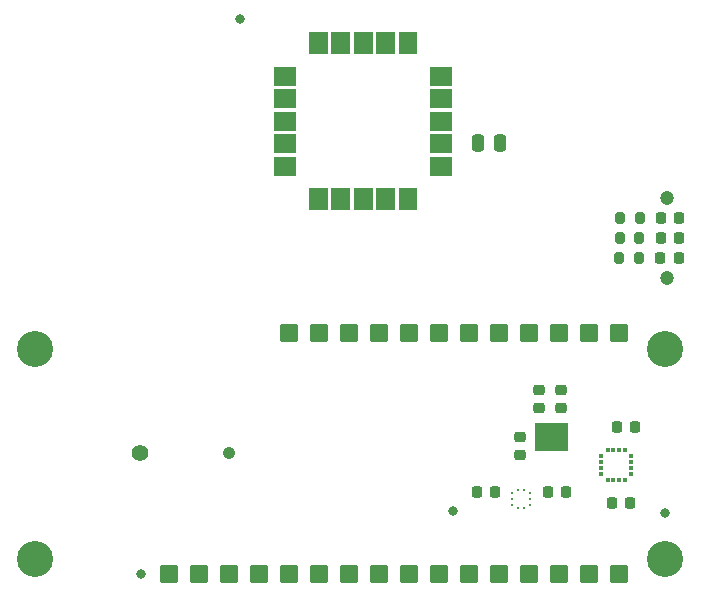
<source format=gbr>
%TF.GenerationSoftware,KiCad,Pcbnew,7.0.5*%
%TF.CreationDate,2023-12-18T11:55:03-06:00*%
%TF.ProjectId,peakick,7065616b-6963-46b2-9e6b-696361645f70,rev?*%
%TF.SameCoordinates,Original*%
%TF.FileFunction,Soldermask,Top*%
%TF.FilePolarity,Negative*%
%FSLAX46Y46*%
G04 Gerber Fmt 4.6, Leading zero omitted, Abs format (unit mm)*
G04 Created by KiCad (PCBNEW 7.0.5) date 2023-12-18 11:55:03*
%MOMM*%
%LPD*%
G01*
G04 APERTURE LIST*
G04 Aperture macros list*
%AMRoundRect*
0 Rectangle with rounded corners*
0 $1 Rounding radius*
0 $2 $3 $4 $5 $6 $7 $8 $9 X,Y pos of 4 corners*
0 Add a 4 corners polygon primitive as box body*
4,1,4,$2,$3,$4,$5,$6,$7,$8,$9,$2,$3,0*
0 Add four circle primitives for the rounded corners*
1,1,$1+$1,$2,$3*
1,1,$1+$1,$4,$5*
1,1,$1+$1,$6,$7*
1,1,$1+$1,$8,$9*
0 Add four rect primitives between the rounded corners*
20,1,$1+$1,$2,$3,$4,$5,0*
20,1,$1+$1,$4,$5,$6,$7,0*
20,1,$1+$1,$6,$7,$8,$9,0*
20,1,$1+$1,$8,$9,$2,$3,0*%
G04 Aperture macros list end*
%ADD10C,0.100000*%
%ADD11C,0.010000*%
%ADD12RoundRect,0.419100X0.000000X0.000000X0.000000X0.000000X0.000000X0.000000X0.000000X0.000000X0*%
%ADD13RoundRect,0.225000X-0.225000X-0.250000X0.225000X-0.250000X0.225000X0.250000X-0.225000X0.250000X0*%
%ADD14RoundRect,0.200000X-0.200000X-0.275000X0.200000X-0.275000X0.200000X0.275000X-0.200000X0.275000X0*%
%ADD15C,3.048000*%
%ADD16RoundRect,0.250000X-0.250000X-0.475000X0.250000X-0.475000X0.250000X0.475000X-0.250000X0.475000X0*%
%ADD17RoundRect,0.101600X0.635000X0.635000X-0.635000X0.635000X-0.635000X-0.635000X0.635000X-0.635000X0*%
%ADD18RoundRect,0.225000X0.250000X-0.225000X0.250000X0.225000X-0.250000X0.225000X-0.250000X-0.225000X0*%
%ADD19RoundRect,0.218750X0.218750X0.256250X-0.218750X0.256250X-0.218750X-0.256250X0.218750X-0.256250X0*%
%ADD20R,0.254000X0.279400*%
%ADD21R,0.279400X0.254000*%
%ADD22R,0.304800X0.457200*%
%ADD23R,0.457200X0.304800*%
%ADD24C,1.200000*%
%ADD25C,1.070000*%
%ADD26C,1.400000*%
G04 APERTURE END LIST*
%TO.C,U3*%
D10*
X173635000Y-104230000D02*
X170885000Y-104230000D01*
X170885000Y-101980000D01*
X173635000Y-101980000D01*
X173635000Y-104230000D01*
G36*
X173635000Y-104230000D02*
G01*
X170885000Y-104230000D01*
X170885000Y-101980000D01*
X173635000Y-101980000D01*
X173635000Y-104230000D01*
G37*
%TO.C,U2*%
D11*
X160880000Y-70650000D02*
X159380000Y-70650000D01*
X159380000Y-68850000D01*
X160880000Y-68850000D01*
X160880000Y-70650000D01*
G36*
X160880000Y-70650000D02*
G01*
X159380000Y-70650000D01*
X159380000Y-68850000D01*
X160880000Y-68850000D01*
X160880000Y-70650000D01*
G37*
X158980000Y-70650000D02*
X157480000Y-70650000D01*
X157480000Y-68850000D01*
X158980000Y-68850000D01*
X158980000Y-70650000D01*
G36*
X158980000Y-70650000D02*
G01*
X157480000Y-70650000D01*
X157480000Y-68850000D01*
X158980000Y-68850000D01*
X158980000Y-70650000D01*
G37*
X157080000Y-70650000D02*
X155580000Y-70650000D01*
X155580000Y-68850000D01*
X157080000Y-68850000D01*
X157080000Y-70650000D01*
G36*
X157080000Y-70650000D02*
G01*
X155580000Y-70650000D01*
X155580000Y-68850000D01*
X157080000Y-68850000D01*
X157080000Y-70650000D01*
G37*
X155180000Y-70650000D02*
X153680000Y-70650000D01*
X153680000Y-68850000D01*
X155180000Y-68850000D01*
X155180000Y-70650000D01*
G36*
X155180000Y-70650000D02*
G01*
X153680000Y-70650000D01*
X153680000Y-68850000D01*
X155180000Y-68850000D01*
X155180000Y-70650000D01*
G37*
X153280000Y-70650000D02*
X151780000Y-70650000D01*
X151780000Y-68850000D01*
X153280000Y-68850000D01*
X153280000Y-70650000D01*
G36*
X153280000Y-70650000D02*
G01*
X151780000Y-70650000D01*
X151780000Y-68850000D01*
X153280000Y-68850000D01*
X153280000Y-70650000D01*
G37*
X163830000Y-73300000D02*
X162030000Y-73300000D01*
X162030000Y-71800000D01*
X163830000Y-71800000D01*
X163830000Y-73300000D01*
G36*
X163830000Y-73300000D02*
G01*
X162030000Y-73300000D01*
X162030000Y-71800000D01*
X163830000Y-71800000D01*
X163830000Y-73300000D01*
G37*
X150630000Y-73300000D02*
X148830000Y-73300000D01*
X148830000Y-71800000D01*
X150630000Y-71800000D01*
X150630000Y-73300000D01*
G36*
X150630000Y-73300000D02*
G01*
X148830000Y-73300000D01*
X148830000Y-71800000D01*
X150630000Y-71800000D01*
X150630000Y-73300000D01*
G37*
X163830000Y-75200000D02*
X162030000Y-75200000D01*
X162030000Y-73700000D01*
X163830000Y-73700000D01*
X163830000Y-75200000D01*
G36*
X163830000Y-75200000D02*
G01*
X162030000Y-75200000D01*
X162030000Y-73700000D01*
X163830000Y-73700000D01*
X163830000Y-75200000D01*
G37*
X150630000Y-75200000D02*
X148830000Y-75200000D01*
X148830000Y-73700000D01*
X150630000Y-73700000D01*
X150630000Y-75200000D01*
G36*
X150630000Y-75200000D02*
G01*
X148830000Y-75200000D01*
X148830000Y-73700000D01*
X150630000Y-73700000D01*
X150630000Y-75200000D01*
G37*
X163830000Y-77100000D02*
X162030000Y-77100000D01*
X162030000Y-75600000D01*
X163830000Y-75600000D01*
X163830000Y-77100000D01*
G36*
X163830000Y-77100000D02*
G01*
X162030000Y-77100000D01*
X162030000Y-75600000D01*
X163830000Y-75600000D01*
X163830000Y-77100000D01*
G37*
X150630000Y-77100000D02*
X148830000Y-77100000D01*
X148830000Y-75600000D01*
X150630000Y-75600000D01*
X150630000Y-77100000D01*
G36*
X150630000Y-77100000D02*
G01*
X148830000Y-77100000D01*
X148830000Y-75600000D01*
X150630000Y-75600000D01*
X150630000Y-77100000D01*
G37*
X163830000Y-79000000D02*
X162030000Y-79000000D01*
X162030000Y-77500000D01*
X163830000Y-77500000D01*
X163830000Y-79000000D01*
G36*
X163830000Y-79000000D02*
G01*
X162030000Y-79000000D01*
X162030000Y-77500000D01*
X163830000Y-77500000D01*
X163830000Y-79000000D01*
G37*
X150630000Y-79000000D02*
X148830000Y-79000000D01*
X148830000Y-77500000D01*
X150630000Y-77500000D01*
X150630000Y-79000000D01*
G36*
X150630000Y-79000000D02*
G01*
X148830000Y-79000000D01*
X148830000Y-77500000D01*
X150630000Y-77500000D01*
X150630000Y-79000000D01*
G37*
X163830000Y-80900000D02*
X162030000Y-80900000D01*
X162030000Y-79400000D01*
X163830000Y-79400000D01*
X163830000Y-80900000D01*
G36*
X163830000Y-80900000D02*
G01*
X162030000Y-80900000D01*
X162030000Y-79400000D01*
X163830000Y-79400000D01*
X163830000Y-80900000D01*
G37*
X150630000Y-80900000D02*
X148830000Y-80900000D01*
X148830000Y-79400000D01*
X150630000Y-79400000D01*
X150630000Y-80900000D01*
G36*
X150630000Y-80900000D02*
G01*
X148830000Y-80900000D01*
X148830000Y-79400000D01*
X150630000Y-79400000D01*
X150630000Y-80900000D01*
G37*
X160880000Y-83850000D02*
X159380000Y-83850000D01*
X159380000Y-82050000D01*
X160880000Y-82050000D01*
X160880000Y-83850000D01*
G36*
X160880000Y-83850000D02*
G01*
X159380000Y-83850000D01*
X159380000Y-82050000D01*
X160880000Y-82050000D01*
X160880000Y-83850000D01*
G37*
X158980000Y-83850000D02*
X157480000Y-83850000D01*
X157480000Y-82050000D01*
X158980000Y-82050000D01*
X158980000Y-83850000D01*
G36*
X158980000Y-83850000D02*
G01*
X157480000Y-83850000D01*
X157480000Y-82050000D01*
X158980000Y-82050000D01*
X158980000Y-83850000D01*
G37*
X157080000Y-83850000D02*
X155580000Y-83850000D01*
X155580000Y-82050000D01*
X157080000Y-82050000D01*
X157080000Y-83850000D01*
G36*
X157080000Y-83850000D02*
G01*
X155580000Y-83850000D01*
X155580000Y-82050000D01*
X157080000Y-82050000D01*
X157080000Y-83850000D01*
G37*
X155180000Y-83850000D02*
X153680000Y-83850000D01*
X153680000Y-82050000D01*
X155180000Y-82050000D01*
X155180000Y-83850000D01*
G36*
X155180000Y-83850000D02*
G01*
X153680000Y-83850000D01*
X153680000Y-82050000D01*
X155180000Y-82050000D01*
X155180000Y-83850000D01*
G37*
X153280000Y-83850000D02*
X151780000Y-83850000D01*
X151780000Y-82050000D01*
X153280000Y-82050000D01*
X153280000Y-83850000D01*
G36*
X153280000Y-83850000D02*
G01*
X151780000Y-83850000D01*
X151780000Y-82050000D01*
X153280000Y-82050000D01*
X153280000Y-83850000D01*
G37*
%TD*%
D12*
%TO.C,FD1*%
X137530000Y-114750000D03*
%TD*%
D13*
%TO.C,C7*%
X177834999Y-102315001D03*
X179384999Y-102315001D03*
%TD*%
D14*
%TO.C,R2*%
X178095000Y-86280000D03*
X179745000Y-86280000D03*
%TD*%
D15*
%TO.C,H3*%
X128561100Y-113443600D03*
%TD*%
D12*
%TO.C,FD4*%
X181930000Y-109550000D03*
%TD*%
D14*
%TO.C,R1*%
X178045000Y-87940000D03*
X179695000Y-87940000D03*
%TD*%
D15*
%TO.C,H4*%
X128561100Y-95663600D03*
%TD*%
D16*
%TO.C,C1*%
X166080000Y-78250000D03*
X167980000Y-78250000D03*
%TD*%
D12*
%TO.C,FD3*%
X163960000Y-109390000D03*
%TD*%
D17*
%TO.C,J1*%
X178070000Y-114730000D03*
X175530000Y-114730000D03*
X172990000Y-114730000D03*
X170450000Y-114730000D03*
X167910000Y-114730000D03*
X165370000Y-114730000D03*
X162830000Y-114730000D03*
X160290000Y-114730000D03*
X157750000Y-114730000D03*
X155210000Y-114730000D03*
X152670000Y-114730000D03*
X150130000Y-114730000D03*
X147590000Y-114730000D03*
X145050000Y-114730000D03*
X142510000Y-114730000D03*
X139970000Y-114730000D03*
%TD*%
D12*
%TO.C,FD2*%
X145930000Y-67750000D03*
%TD*%
D13*
%TO.C,C3*%
X171985000Y-107790000D03*
X173535000Y-107790000D03*
%TD*%
D18*
%TO.C,C6*%
X169660000Y-104680000D03*
X169660000Y-103130000D03*
%TD*%
D13*
%TO.C,C8*%
X177434999Y-108715001D03*
X178984999Y-108715001D03*
%TD*%
D18*
%TO.C,C5*%
X171260000Y-100680000D03*
X171260000Y-99130000D03*
%TD*%
D19*
%TO.C,L3*%
X183137500Y-84570000D03*
X181562500Y-84570000D03*
%TD*%
D20*
%TO.C,U1*%
X170010063Y-107640700D03*
X169509937Y-107640700D03*
D21*
X169010700Y-107889874D03*
X169010700Y-108390000D03*
X169010700Y-108890126D03*
D20*
X169509937Y-109139300D03*
X170010063Y-109139300D03*
D21*
X170509300Y-108890126D03*
X170509300Y-108390000D03*
X170509300Y-107889874D03*
%TD*%
D19*
%TO.C,L1*%
X183117500Y-87980000D03*
X181542500Y-87980000D03*
%TD*%
D14*
%TO.C,R3*%
X178155000Y-84550000D03*
X179805000Y-84550000D03*
%TD*%
D15*
%TO.C,H2*%
X181901100Y-113443600D03*
%TD*%
%TO.C,H1*%
X181901100Y-95663600D03*
%TD*%
D13*
%TO.C,C2*%
X165985000Y-107790000D03*
X167535000Y-107790000D03*
%TD*%
D19*
%TO.C,L2*%
X183137500Y-86270000D03*
X181562500Y-86270000D03*
%TD*%
D17*
%TO.C,J3*%
X178060000Y-94360000D03*
X175520000Y-94360000D03*
X172980000Y-94360000D03*
X170440000Y-94360000D03*
X167900000Y-94360000D03*
X165360000Y-94360000D03*
X162820000Y-94360000D03*
X160280000Y-94360000D03*
X157740000Y-94360000D03*
X155200000Y-94360000D03*
X152660000Y-94360000D03*
X150120000Y-94360000D03*
%TD*%
D18*
%TO.C,C4*%
X173160000Y-100680000D03*
X173160000Y-99130000D03*
%TD*%
D22*
%TO.C,U4*%
X177059998Y-106790000D03*
X177559999Y-106790000D03*
X178059999Y-106790000D03*
X178560000Y-106790000D03*
D23*
X179084998Y-106265002D03*
X179084998Y-105765001D03*
X179084998Y-105265001D03*
X179084998Y-104765000D03*
D22*
X178560000Y-104240002D03*
X178059999Y-104240002D03*
X177559999Y-104240002D03*
X177059998Y-104240002D03*
D23*
X176535000Y-104765000D03*
X176535000Y-105265001D03*
X176535000Y-105765001D03*
X176535000Y-106265002D03*
%TD*%
D24*
%TO.C,SW1*%
X182100000Y-82850000D03*
X182100000Y-89650000D03*
%TD*%
D25*
%TO.C,B1*%
X144975000Y-104450000D03*
D26*
X137475000Y-104450000D03*
%TD*%
M02*

</source>
